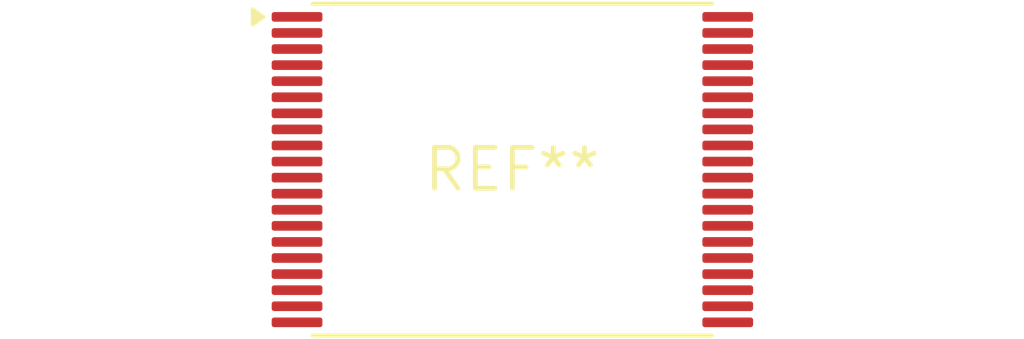
<source format=kicad_pcb>
(kicad_pcb (version 20240108) (generator pcbnew)
  (layers (0 "F.Cu" signal) (31 "B.Cu" signal) (34 "B.Paste" user) (35 "F.Paste" user) (36 "B.SilkS" user "B.Silkscreen") (37 "F.SilkS" user "F.Silkscreen") (38 "B.Mask" user) (39 "F.Mask" user) (44 "Edge.Cuts" user))
  (net 0 "")
  (footprint "TSOP-I-40_12.4x10mm_P0.5mm" (layer "F.Cu") (at 0 0)
    (property "Reference" "REF**")
    (property "Value" "TSOP-I-40_12.4x10mm_P0.5mm")
    (fp_line (start 0 -5.16) (end -6.2 -5.16) (layer "F.SilkS") (stroke (width 0.12)))
    (fp_line (start 0 -5.16) (end 6.2 -5.16) (layer "F.SilkS") (stroke (width 0.12)))
    (fp_line (start 0 5.16) (end -6.2 5.16) (layer "F.SilkS") (stroke (width 0.12)))
    (fp_line (start 0 5.16) (end 6.2 5.16) (layer "F.SilkS") (stroke (width 0.12)))
    (fp_poly (pts (xy -7.735 -4.75) (xy -8.065 -4.99) (xy -8.065 -4.51) (xy -7.735 -4.75)) (layer "F.SilkS") (stroke (width 0.12)) (fill solid))
    (pad "1" smd roundrect (at -6.6875 -4.75) (size 1.575 0.3) (layers "F.Cu" "F.Paste" "F.Mask"))
    (pad "2" smd roundrect (at -6.6875 -4.25) (size 1.575 0.3) (layers "F.Cu" "F.Paste" "F.Mask"))
    (pad "3" smd roundrect (at -6.6875 -3.75) (size 1.575 0.3) (layers "F.Cu" "F.Paste" "F.Mask"))
    (pad "4" smd roundrect (at -6.6875 -3.25) (size 1.575 0.3) (layers "F.Cu" "F.Paste" "F.Mask"))
    (pad "5" smd roundrect (at -6.6875 -2.75) (size 1.575 0.3) (layers "F.Cu" "F.Paste" "F.Mask"))
    (pad "6" smd roundrect (at -6.6875 -2.25) (size 1.575 0.3) (layers "F.Cu" "F.Paste" "F.Mask"))
    (pad "7" smd roundrect (at -6.6875 -1.75) (size 1.575 0.3) (layers "F.Cu" "F.Paste" "F.Mask"))
    (pad "8" smd roundrect (at -6.6875 -1.25) (size 1.575 0.3) (layers "F.Cu" "F.Paste" "F.Mask"))
    (pad "9" smd roundrect (at -6.6875 -0.75) (size 1.575 0.3) (layers "F.Cu" "F.Paste" "F.Mask"))
    (pad "10" smd roundrect (at -6.6875 -0.25) (size 1.575 0.3) (layers "F.Cu" "F.Paste" "F.Mask"))
    (pad "11" smd roundrect (at -6.6875 0.25) (size 1.575 0.3) (layers "F.Cu" "F.Paste" "F.Mask"))
    (pad "12" smd roundrect (at -6.6875 0.75) (size 1.575 0.3) (layers "F.Cu" "F.Paste" "F.Mask"))
    (pad "13" smd roundrect (at -6.6875 1.25) (size 1.575 0.3) (layers "F.Cu" "F.Paste" "F.Mask"))
    (pad "14" smd roundrect (at -6.6875 1.75) (size 1.575 0.3) (layers "F.Cu" "F.Paste" "F.Mask"))
    (pad "15" smd roundrect (at -6.6875 2.25) (size 1.575 0.3) (layers "F.Cu" "F.Paste" "F.Mask"))
    (pad "16" smd roundrect (at -6.6875 2.75) (size 1.575 0.3) (layers "F.Cu" "F.Paste" "F.Mask"))
    (pad "17" smd roundrect (at -6.6875 3.25) (size 1.575 0.3) (layers "F.Cu" "F.Paste" "F.Mask"))
    (pad "18" smd roundrect (at -6.6875 3.75) (size 1.575 0.3) (layers "F.Cu" "F.Paste" "F.Mask"))
    (pad "19" smd roundrect (at -6.6875 4.25) (size 1.575 0.3) (layers "F.Cu" "F.Paste" "F.Mask"))
    (pad "20" smd roundrect (at -6.6875 4.75) (size 1.575 0.3) (layers "F.Cu" "F.Paste" "F.Mask"))
    (pad "21" smd roundrect (at 6.6875 4.75) (size 1.575 0.3) (layers "F.Cu" "F.Paste" "F.Mask"))
    (pad "22" smd roundrect (at 6.6875 4.25) (size 1.575 0.3) (layers "F.Cu" "F.Paste" "F.Mask"))
    (pad "23" smd roundrect (at 6.6875 3.75) (size 1.575 0.3) (layers "F.Cu" "F.Paste" "F.Mask"))
    (pad "24" smd roundrect (at 6.6875 3.25) (size 1.575 0.3) (layers "F.Cu" "F.Paste" "F.Mask"))
    (pad "25" smd roundrect (at 6.6875 2.75) (size 1.575 0.3) (layers "F.Cu" "F.Paste" "F.Mask"))
    (pad "26" smd roundrect (at 6.6875 2.25) (size 1.575 0.3) (layers "F.Cu" "F.Paste" "F.Mask"))
    (pad "27" smd roundrect (at 6.6875 1.75) (size 1.575 0.3) (layers "F.Cu" "F.Paste" "F.Mask"))
    (pad "28" smd roundrect (at 6.6875 1.25) (size 1.575 0.3) (layers "F.Cu" "F.Paste" "F.Mask"))
    (pad "29" smd roundrect (at 6.6875 0.75) (size 1.575 0.3) (layers "F.Cu" "F.Paste" "F.Mask"))
    (pad "30" smd roundrect (at 6.6875 0.25) (size 1.575 0.3) (layers "F.Cu" "F.Paste" "F.Mask"))
    (pad "31" smd roundrect (at 6.6875 -0.25) (size 1.575 0.3) (layers "F.Cu" "F.Paste" "F.Mask"))
    (pad "32" smd roundrect (at 6.6875 -0.75) (size 1.575 0.3) (layers "F.Cu" "F.Paste" "F.Mask"))
    (pad "33" smd roundrect (at 6.6875 -1.25) (size 1.575 0.3) (layers "F.Cu" "F.Paste" "F.Mask"))
    (pad "34" smd roundrect (at 6.6875 -1.75) (size 1.575 0.3) (layers "F.Cu" "F.Paste" "F.Mask"))
    (pad "35" smd roundrect (at 6.6875 -2.25) (size 1.575 0.3) (layers "F.Cu" "F.Paste" "F.Mask"))
    (pad "36" smd roundrect (at 6.6875 -2.75) (size 1.575 0.3) (layers "F.Cu" "F.Paste" "F.Mask"))
    (pad "37" smd roundrect (at 6.6875 -3.25) (size 1.575 0.3) (layers "F.Cu" "F.Paste" "F.Mask"))
    (pad "38" smd roundrect (at 6.6875 -3.75) (size 1.575 0.3) (layers "F.Cu" "F.Paste" "F.Mask"))
    (pad "39" smd roundrect (at 6.6875 -4.25) (size 1.575 0.3) (layers "F.Cu" "F.Paste" "F.Mask"))
    (pad "40" smd roundrect (at 6.6875 -4.75) (size 1.575 0.3) (layers "F.Cu" "F.Paste" "F.Mask"))
  )
)
</source>
